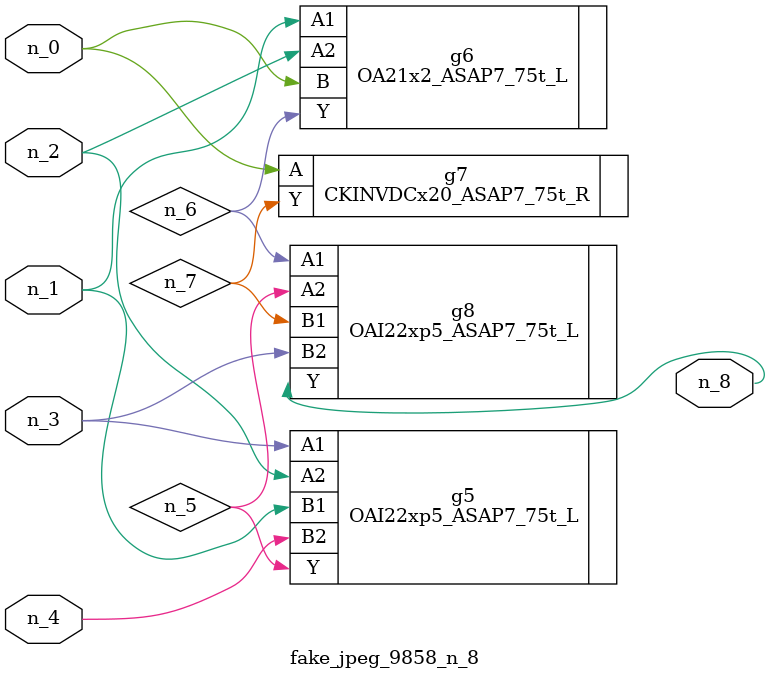
<source format=v>
module fake_jpeg_9858_n_8 (n_3, n_2, n_1, n_0, n_4, n_8);

input n_3;
input n_2;
input n_1;
input n_0;
input n_4;

output n_8;

wire n_6;
wire n_5;
wire n_7;

OAI22xp5_ASAP7_75t_L g5 ( 
.A1(n_3),
.A2(n_2),
.B1(n_1),
.B2(n_4),
.Y(n_5)
);

OA21x2_ASAP7_75t_L g6 ( 
.A1(n_1),
.A2(n_2),
.B(n_0),
.Y(n_6)
);

CKINVDCx20_ASAP7_75t_R g7 ( 
.A(n_0),
.Y(n_7)
);

OAI22xp5_ASAP7_75t_L g8 ( 
.A1(n_6),
.A2(n_5),
.B1(n_7),
.B2(n_3),
.Y(n_8)
);


endmodule
</source>
